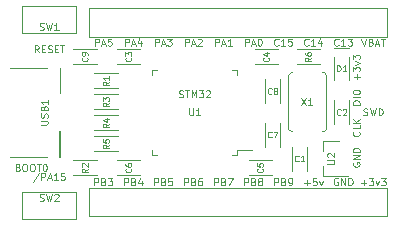
<source format=gbr>
G04 #@! TF.GenerationSoftware,KiCad,Pcbnew,(5.1.5)-3*
G04 #@! TF.CreationDate,2020-06-09T21:02:58-05:00*
G04 #@! TF.ProjectId,pcb,7063622e-6b69-4636-9164-5f7063625858,rev?*
G04 #@! TF.SameCoordinates,Original*
G04 #@! TF.FileFunction,Legend,Top*
G04 #@! TF.FilePolarity,Positive*
%FSLAX46Y46*%
G04 Gerber Fmt 4.6, Leading zero omitted, Abs format (unit mm)*
G04 Created by KiCad (PCBNEW (5.1.5)-3) date 2020-06-09 21:02:58*
%MOMM*%
%LPD*%
G04 APERTURE LIST*
%ADD10C,0.080000*%
%ADD11C,0.100000*%
%ADD12C,0.150000*%
%ADD13C,0.120000*%
G04 APERTURE END LIST*
D10*
X129176571Y-104157428D02*
X128976571Y-103871714D01*
X128833714Y-104157428D02*
X128833714Y-103557428D01*
X129062285Y-103557428D01*
X129119428Y-103586000D01*
X129148000Y-103614571D01*
X129176571Y-103671714D01*
X129176571Y-103757428D01*
X129148000Y-103814571D01*
X129119428Y-103843142D01*
X129062285Y-103871714D01*
X128833714Y-103871714D01*
X129433714Y-103843142D02*
X129633714Y-103843142D01*
X129719428Y-104157428D02*
X129433714Y-104157428D01*
X129433714Y-103557428D01*
X129719428Y-103557428D01*
X129948000Y-104128857D02*
X130033714Y-104157428D01*
X130176571Y-104157428D01*
X130233714Y-104128857D01*
X130262285Y-104100285D01*
X130290857Y-104043142D01*
X130290857Y-103986000D01*
X130262285Y-103928857D01*
X130233714Y-103900285D01*
X130176571Y-103871714D01*
X130062285Y-103843142D01*
X130005142Y-103814571D01*
X129976571Y-103786000D01*
X129948000Y-103728857D01*
X129948000Y-103671714D01*
X129976571Y-103614571D01*
X130005142Y-103586000D01*
X130062285Y-103557428D01*
X130205142Y-103557428D01*
X130290857Y-103586000D01*
X130548000Y-103843142D02*
X130748000Y-103843142D01*
X130833714Y-104157428D02*
X130548000Y-104157428D01*
X130548000Y-103557428D01*
X130833714Y-103557428D01*
X131005142Y-103557428D02*
X131348000Y-103557428D01*
X131176571Y-104157428D02*
X131176571Y-103557428D01*
X129176571Y-114323857D02*
X128662285Y-115095285D01*
X129376571Y-114952428D02*
X129376571Y-114352428D01*
X129605142Y-114352428D01*
X129662285Y-114381000D01*
X129690857Y-114409571D01*
X129719428Y-114466714D01*
X129719428Y-114552428D01*
X129690857Y-114609571D01*
X129662285Y-114638142D01*
X129605142Y-114666714D01*
X129376571Y-114666714D01*
X129948000Y-114781000D02*
X130233714Y-114781000D01*
X129890857Y-114952428D02*
X130090857Y-114352428D01*
X130290857Y-114952428D01*
X130805142Y-114952428D02*
X130462285Y-114952428D01*
X130633714Y-114952428D02*
X130633714Y-114352428D01*
X130576571Y-114438142D01*
X130519428Y-114495285D01*
X130462285Y-114523857D01*
X131348000Y-114352428D02*
X131062285Y-114352428D01*
X131033714Y-114638142D01*
X131062285Y-114609571D01*
X131119428Y-114581000D01*
X131262285Y-114581000D01*
X131319428Y-114609571D01*
X131348000Y-114638142D01*
X131376571Y-114695285D01*
X131376571Y-114838142D01*
X131348000Y-114895285D01*
X131319428Y-114923857D01*
X131262285Y-114952428D01*
X131119428Y-114952428D01*
X131062285Y-114923857D01*
X131033714Y-114895285D01*
X127424000Y-113876142D02*
X127509714Y-113904714D01*
X127538285Y-113933285D01*
X127566857Y-113990428D01*
X127566857Y-114076142D01*
X127538285Y-114133285D01*
X127509714Y-114161857D01*
X127452571Y-114190428D01*
X127224000Y-114190428D01*
X127224000Y-113590428D01*
X127424000Y-113590428D01*
X127481142Y-113619000D01*
X127509714Y-113647571D01*
X127538285Y-113704714D01*
X127538285Y-113761857D01*
X127509714Y-113819000D01*
X127481142Y-113847571D01*
X127424000Y-113876142D01*
X127224000Y-113876142D01*
X127938285Y-113590428D02*
X128052571Y-113590428D01*
X128109714Y-113619000D01*
X128166857Y-113676142D01*
X128195428Y-113790428D01*
X128195428Y-113990428D01*
X128166857Y-114104714D01*
X128109714Y-114161857D01*
X128052571Y-114190428D01*
X127938285Y-114190428D01*
X127881142Y-114161857D01*
X127824000Y-114104714D01*
X127795428Y-113990428D01*
X127795428Y-113790428D01*
X127824000Y-113676142D01*
X127881142Y-113619000D01*
X127938285Y-113590428D01*
X128566857Y-113590428D02*
X128681142Y-113590428D01*
X128738285Y-113619000D01*
X128795428Y-113676142D01*
X128824000Y-113790428D01*
X128824000Y-113990428D01*
X128795428Y-114104714D01*
X128738285Y-114161857D01*
X128681142Y-114190428D01*
X128566857Y-114190428D01*
X128509714Y-114161857D01*
X128452571Y-114104714D01*
X128424000Y-113990428D01*
X128424000Y-113790428D01*
X128452571Y-113676142D01*
X128509714Y-113619000D01*
X128566857Y-113590428D01*
X128995428Y-113590428D02*
X129338285Y-113590428D01*
X129166857Y-114190428D02*
X129166857Y-113590428D01*
X129652571Y-113590428D02*
X129709714Y-113590428D01*
X129766857Y-113619000D01*
X129795428Y-113647571D01*
X129824000Y-113704714D01*
X129852571Y-113819000D01*
X129852571Y-113961857D01*
X129824000Y-114076142D01*
X129795428Y-114133285D01*
X129766857Y-114161857D01*
X129709714Y-114190428D01*
X129652571Y-114190428D01*
X129595428Y-114161857D01*
X129566857Y-114133285D01*
X129538285Y-114076142D01*
X129509714Y-113961857D01*
X129509714Y-113819000D01*
X129538285Y-113704714D01*
X129566857Y-113647571D01*
X129595428Y-113619000D01*
X129652571Y-113590428D01*
X141052714Y-107938857D02*
X141138428Y-107967428D01*
X141281285Y-107967428D01*
X141338428Y-107938857D01*
X141367000Y-107910285D01*
X141395571Y-107853142D01*
X141395571Y-107796000D01*
X141367000Y-107738857D01*
X141338428Y-107710285D01*
X141281285Y-107681714D01*
X141167000Y-107653142D01*
X141109857Y-107624571D01*
X141081285Y-107596000D01*
X141052714Y-107538857D01*
X141052714Y-107481714D01*
X141081285Y-107424571D01*
X141109857Y-107396000D01*
X141167000Y-107367428D01*
X141309857Y-107367428D01*
X141395571Y-107396000D01*
X141567000Y-107367428D02*
X141909857Y-107367428D01*
X141738428Y-107967428D02*
X141738428Y-107367428D01*
X142109857Y-107967428D02*
X142109857Y-107367428D01*
X142309857Y-107796000D01*
X142509857Y-107367428D01*
X142509857Y-107967428D01*
X142738428Y-107367428D02*
X143109857Y-107367428D01*
X142909857Y-107596000D01*
X142995571Y-107596000D01*
X143052714Y-107624571D01*
X143081285Y-107653142D01*
X143109857Y-107710285D01*
X143109857Y-107853142D01*
X143081285Y-107910285D01*
X143052714Y-107938857D01*
X142995571Y-107967428D01*
X142824142Y-107967428D01*
X142767000Y-107938857D01*
X142738428Y-107910285D01*
X143338428Y-107424571D02*
X143367000Y-107396000D01*
X143424142Y-107367428D01*
X143567000Y-107367428D01*
X143624142Y-107396000D01*
X143652714Y-107424571D01*
X143681285Y-107481714D01*
X143681285Y-107538857D01*
X143652714Y-107624571D01*
X143309857Y-107967428D01*
X143681285Y-107967428D01*
X133877142Y-115396928D02*
X133877142Y-114796928D01*
X134105714Y-114796928D01*
X134162857Y-114825500D01*
X134191428Y-114854071D01*
X134220000Y-114911214D01*
X134220000Y-114996928D01*
X134191428Y-115054071D01*
X134162857Y-115082642D01*
X134105714Y-115111214D01*
X133877142Y-115111214D01*
X134677142Y-115082642D02*
X134762857Y-115111214D01*
X134791428Y-115139785D01*
X134820000Y-115196928D01*
X134820000Y-115282642D01*
X134791428Y-115339785D01*
X134762857Y-115368357D01*
X134705714Y-115396928D01*
X134477142Y-115396928D01*
X134477142Y-114796928D01*
X134677142Y-114796928D01*
X134734285Y-114825500D01*
X134762857Y-114854071D01*
X134791428Y-114911214D01*
X134791428Y-114968357D01*
X134762857Y-115025500D01*
X134734285Y-115054071D01*
X134677142Y-115082642D01*
X134477142Y-115082642D01*
X135020000Y-114796928D02*
X135391428Y-114796928D01*
X135191428Y-115025500D01*
X135277142Y-115025500D01*
X135334285Y-115054071D01*
X135362857Y-115082642D01*
X135391428Y-115139785D01*
X135391428Y-115282642D01*
X135362857Y-115339785D01*
X135334285Y-115368357D01*
X135277142Y-115396928D01*
X135105714Y-115396928D01*
X135048571Y-115368357D01*
X135020000Y-115339785D01*
X136417142Y-115396928D02*
X136417142Y-114796928D01*
X136645714Y-114796928D01*
X136702857Y-114825500D01*
X136731428Y-114854071D01*
X136760000Y-114911214D01*
X136760000Y-114996928D01*
X136731428Y-115054071D01*
X136702857Y-115082642D01*
X136645714Y-115111214D01*
X136417142Y-115111214D01*
X137217142Y-115082642D02*
X137302857Y-115111214D01*
X137331428Y-115139785D01*
X137360000Y-115196928D01*
X137360000Y-115282642D01*
X137331428Y-115339785D01*
X137302857Y-115368357D01*
X137245714Y-115396928D01*
X137017142Y-115396928D01*
X137017142Y-114796928D01*
X137217142Y-114796928D01*
X137274285Y-114825500D01*
X137302857Y-114854071D01*
X137331428Y-114911214D01*
X137331428Y-114968357D01*
X137302857Y-115025500D01*
X137274285Y-115054071D01*
X137217142Y-115082642D01*
X137017142Y-115082642D01*
X137874285Y-114996928D02*
X137874285Y-115396928D01*
X137731428Y-114768357D02*
X137588571Y-115196928D01*
X137960000Y-115196928D01*
X138957142Y-115396928D02*
X138957142Y-114796928D01*
X139185714Y-114796928D01*
X139242857Y-114825500D01*
X139271428Y-114854071D01*
X139300000Y-114911214D01*
X139300000Y-114996928D01*
X139271428Y-115054071D01*
X139242857Y-115082642D01*
X139185714Y-115111214D01*
X138957142Y-115111214D01*
X139757142Y-115082642D02*
X139842857Y-115111214D01*
X139871428Y-115139785D01*
X139900000Y-115196928D01*
X139900000Y-115282642D01*
X139871428Y-115339785D01*
X139842857Y-115368357D01*
X139785714Y-115396928D01*
X139557142Y-115396928D01*
X139557142Y-114796928D01*
X139757142Y-114796928D01*
X139814285Y-114825500D01*
X139842857Y-114854071D01*
X139871428Y-114911214D01*
X139871428Y-114968357D01*
X139842857Y-115025500D01*
X139814285Y-115054071D01*
X139757142Y-115082642D01*
X139557142Y-115082642D01*
X140442857Y-114796928D02*
X140157142Y-114796928D01*
X140128571Y-115082642D01*
X140157142Y-115054071D01*
X140214285Y-115025500D01*
X140357142Y-115025500D01*
X140414285Y-115054071D01*
X140442857Y-115082642D01*
X140471428Y-115139785D01*
X140471428Y-115282642D01*
X140442857Y-115339785D01*
X140414285Y-115368357D01*
X140357142Y-115396928D01*
X140214285Y-115396928D01*
X140157142Y-115368357D01*
X140128571Y-115339785D01*
X141497142Y-115396928D02*
X141497142Y-114796928D01*
X141725714Y-114796928D01*
X141782857Y-114825500D01*
X141811428Y-114854071D01*
X141840000Y-114911214D01*
X141840000Y-114996928D01*
X141811428Y-115054071D01*
X141782857Y-115082642D01*
X141725714Y-115111214D01*
X141497142Y-115111214D01*
X142297142Y-115082642D02*
X142382857Y-115111214D01*
X142411428Y-115139785D01*
X142440000Y-115196928D01*
X142440000Y-115282642D01*
X142411428Y-115339785D01*
X142382857Y-115368357D01*
X142325714Y-115396928D01*
X142097142Y-115396928D01*
X142097142Y-114796928D01*
X142297142Y-114796928D01*
X142354285Y-114825500D01*
X142382857Y-114854071D01*
X142411428Y-114911214D01*
X142411428Y-114968357D01*
X142382857Y-115025500D01*
X142354285Y-115054071D01*
X142297142Y-115082642D01*
X142097142Y-115082642D01*
X142954285Y-114796928D02*
X142840000Y-114796928D01*
X142782857Y-114825500D01*
X142754285Y-114854071D01*
X142697142Y-114939785D01*
X142668571Y-115054071D01*
X142668571Y-115282642D01*
X142697142Y-115339785D01*
X142725714Y-115368357D01*
X142782857Y-115396928D01*
X142897142Y-115396928D01*
X142954285Y-115368357D01*
X142982857Y-115339785D01*
X143011428Y-115282642D01*
X143011428Y-115139785D01*
X142982857Y-115082642D01*
X142954285Y-115054071D01*
X142897142Y-115025500D01*
X142782857Y-115025500D01*
X142725714Y-115054071D01*
X142697142Y-115082642D01*
X142668571Y-115139785D01*
X144037142Y-115396928D02*
X144037142Y-114796928D01*
X144265714Y-114796928D01*
X144322857Y-114825500D01*
X144351428Y-114854071D01*
X144380000Y-114911214D01*
X144380000Y-114996928D01*
X144351428Y-115054071D01*
X144322857Y-115082642D01*
X144265714Y-115111214D01*
X144037142Y-115111214D01*
X144837142Y-115082642D02*
X144922857Y-115111214D01*
X144951428Y-115139785D01*
X144980000Y-115196928D01*
X144980000Y-115282642D01*
X144951428Y-115339785D01*
X144922857Y-115368357D01*
X144865714Y-115396928D01*
X144637142Y-115396928D01*
X144637142Y-114796928D01*
X144837142Y-114796928D01*
X144894285Y-114825500D01*
X144922857Y-114854071D01*
X144951428Y-114911214D01*
X144951428Y-114968357D01*
X144922857Y-115025500D01*
X144894285Y-115054071D01*
X144837142Y-115082642D01*
X144637142Y-115082642D01*
X145180000Y-114796928D02*
X145580000Y-114796928D01*
X145322857Y-115396928D01*
X146577142Y-115396928D02*
X146577142Y-114796928D01*
X146805714Y-114796928D01*
X146862857Y-114825500D01*
X146891428Y-114854071D01*
X146920000Y-114911214D01*
X146920000Y-114996928D01*
X146891428Y-115054071D01*
X146862857Y-115082642D01*
X146805714Y-115111214D01*
X146577142Y-115111214D01*
X147377142Y-115082642D02*
X147462857Y-115111214D01*
X147491428Y-115139785D01*
X147520000Y-115196928D01*
X147520000Y-115282642D01*
X147491428Y-115339785D01*
X147462857Y-115368357D01*
X147405714Y-115396928D01*
X147177142Y-115396928D01*
X147177142Y-114796928D01*
X147377142Y-114796928D01*
X147434285Y-114825500D01*
X147462857Y-114854071D01*
X147491428Y-114911214D01*
X147491428Y-114968357D01*
X147462857Y-115025500D01*
X147434285Y-115054071D01*
X147377142Y-115082642D01*
X147177142Y-115082642D01*
X147862857Y-115054071D02*
X147805714Y-115025500D01*
X147777142Y-114996928D01*
X147748571Y-114939785D01*
X147748571Y-114911214D01*
X147777142Y-114854071D01*
X147805714Y-114825500D01*
X147862857Y-114796928D01*
X147977142Y-114796928D01*
X148034285Y-114825500D01*
X148062857Y-114854071D01*
X148091428Y-114911214D01*
X148091428Y-114939785D01*
X148062857Y-114996928D01*
X148034285Y-115025500D01*
X147977142Y-115054071D01*
X147862857Y-115054071D01*
X147805714Y-115082642D01*
X147777142Y-115111214D01*
X147748571Y-115168357D01*
X147748571Y-115282642D01*
X147777142Y-115339785D01*
X147805714Y-115368357D01*
X147862857Y-115396928D01*
X147977142Y-115396928D01*
X148034285Y-115368357D01*
X148062857Y-115339785D01*
X148091428Y-115282642D01*
X148091428Y-115168357D01*
X148062857Y-115111214D01*
X148034285Y-115082642D01*
X147977142Y-115054071D01*
X149117142Y-115396928D02*
X149117142Y-114796928D01*
X149345714Y-114796928D01*
X149402857Y-114825500D01*
X149431428Y-114854071D01*
X149460000Y-114911214D01*
X149460000Y-114996928D01*
X149431428Y-115054071D01*
X149402857Y-115082642D01*
X149345714Y-115111214D01*
X149117142Y-115111214D01*
X149917142Y-115082642D02*
X150002857Y-115111214D01*
X150031428Y-115139785D01*
X150060000Y-115196928D01*
X150060000Y-115282642D01*
X150031428Y-115339785D01*
X150002857Y-115368357D01*
X149945714Y-115396928D01*
X149717142Y-115396928D01*
X149717142Y-114796928D01*
X149917142Y-114796928D01*
X149974285Y-114825500D01*
X150002857Y-114854071D01*
X150031428Y-114911214D01*
X150031428Y-114968357D01*
X150002857Y-115025500D01*
X149974285Y-115054071D01*
X149917142Y-115082642D01*
X149717142Y-115082642D01*
X150345714Y-115396928D02*
X150460000Y-115396928D01*
X150517142Y-115368357D01*
X150545714Y-115339785D01*
X150602857Y-115254071D01*
X150631428Y-115139785D01*
X150631428Y-114911214D01*
X150602857Y-114854071D01*
X150574285Y-114825500D01*
X150517142Y-114796928D01*
X150402857Y-114796928D01*
X150345714Y-114825500D01*
X150317142Y-114854071D01*
X150288571Y-114911214D01*
X150288571Y-115054071D01*
X150317142Y-115111214D01*
X150345714Y-115139785D01*
X150402857Y-115168357D01*
X150517142Y-115168357D01*
X150574285Y-115139785D01*
X150602857Y-115111214D01*
X150631428Y-115054071D01*
X151657142Y-115168357D02*
X152114285Y-115168357D01*
X151885714Y-115396928D02*
X151885714Y-114939785D01*
X152685714Y-114796928D02*
X152400000Y-114796928D01*
X152371428Y-115082642D01*
X152400000Y-115054071D01*
X152457142Y-115025500D01*
X152600000Y-115025500D01*
X152657142Y-115054071D01*
X152685714Y-115082642D01*
X152714285Y-115139785D01*
X152714285Y-115282642D01*
X152685714Y-115339785D01*
X152657142Y-115368357D01*
X152600000Y-115396928D01*
X152457142Y-115396928D01*
X152400000Y-115368357D01*
X152371428Y-115339785D01*
X152914285Y-114996928D02*
X153057142Y-115396928D01*
X153200000Y-114996928D01*
X154482857Y-114825500D02*
X154425714Y-114796928D01*
X154340000Y-114796928D01*
X154254285Y-114825500D01*
X154197142Y-114882642D01*
X154168571Y-114939785D01*
X154140000Y-115054071D01*
X154140000Y-115139785D01*
X154168571Y-115254071D01*
X154197142Y-115311214D01*
X154254285Y-115368357D01*
X154340000Y-115396928D01*
X154397142Y-115396928D01*
X154482857Y-115368357D01*
X154511428Y-115339785D01*
X154511428Y-115139785D01*
X154397142Y-115139785D01*
X154768571Y-115396928D02*
X154768571Y-114796928D01*
X155111428Y-115396928D01*
X155111428Y-114796928D01*
X155397142Y-115396928D02*
X155397142Y-114796928D01*
X155540000Y-114796928D01*
X155625714Y-114825500D01*
X155682857Y-114882642D01*
X155711428Y-114939785D01*
X155740000Y-115054071D01*
X155740000Y-115139785D01*
X155711428Y-115254071D01*
X155682857Y-115311214D01*
X155625714Y-115368357D01*
X155540000Y-115396928D01*
X155397142Y-115396928D01*
X156451428Y-115168357D02*
X156908571Y-115168357D01*
X156680000Y-115396928D02*
X156680000Y-114939785D01*
X157137142Y-114796928D02*
X157508571Y-114796928D01*
X157308571Y-115025500D01*
X157394285Y-115025500D01*
X157451428Y-115054071D01*
X157480000Y-115082642D01*
X157508571Y-115139785D01*
X157508571Y-115282642D01*
X157480000Y-115339785D01*
X157451428Y-115368357D01*
X157394285Y-115396928D01*
X157222857Y-115396928D01*
X157165714Y-115368357D01*
X157137142Y-115339785D01*
X157708571Y-114996928D02*
X157851428Y-115396928D01*
X157994285Y-114996928D01*
X158165714Y-114796928D02*
X158537142Y-114796928D01*
X158337142Y-115025500D01*
X158422857Y-115025500D01*
X158480000Y-115054071D01*
X158508571Y-115082642D01*
X158537142Y-115139785D01*
X158537142Y-115282642D01*
X158508571Y-115339785D01*
X158480000Y-115368357D01*
X158422857Y-115396928D01*
X158251428Y-115396928D01*
X158194285Y-115368357D01*
X158165714Y-115339785D01*
X133920000Y-103585928D02*
X133920000Y-102985928D01*
X134148571Y-102985928D01*
X134205714Y-103014500D01*
X134234285Y-103043071D01*
X134262857Y-103100214D01*
X134262857Y-103185928D01*
X134234285Y-103243071D01*
X134205714Y-103271642D01*
X134148571Y-103300214D01*
X133920000Y-103300214D01*
X134491428Y-103414500D02*
X134777142Y-103414500D01*
X134434285Y-103585928D02*
X134634285Y-102985928D01*
X134834285Y-103585928D01*
X135320000Y-102985928D02*
X135034285Y-102985928D01*
X135005714Y-103271642D01*
X135034285Y-103243071D01*
X135091428Y-103214500D01*
X135234285Y-103214500D01*
X135291428Y-103243071D01*
X135320000Y-103271642D01*
X135348571Y-103328785D01*
X135348571Y-103471642D01*
X135320000Y-103528785D01*
X135291428Y-103557357D01*
X135234285Y-103585928D01*
X135091428Y-103585928D01*
X135034285Y-103557357D01*
X135005714Y-103528785D01*
X136460000Y-103585928D02*
X136460000Y-102985928D01*
X136688571Y-102985928D01*
X136745714Y-103014500D01*
X136774285Y-103043071D01*
X136802857Y-103100214D01*
X136802857Y-103185928D01*
X136774285Y-103243071D01*
X136745714Y-103271642D01*
X136688571Y-103300214D01*
X136460000Y-103300214D01*
X137031428Y-103414500D02*
X137317142Y-103414500D01*
X136974285Y-103585928D02*
X137174285Y-102985928D01*
X137374285Y-103585928D01*
X137831428Y-103185928D02*
X137831428Y-103585928D01*
X137688571Y-102957357D02*
X137545714Y-103385928D01*
X137917142Y-103385928D01*
X139000000Y-103585928D02*
X139000000Y-102985928D01*
X139228571Y-102985928D01*
X139285714Y-103014500D01*
X139314285Y-103043071D01*
X139342857Y-103100214D01*
X139342857Y-103185928D01*
X139314285Y-103243071D01*
X139285714Y-103271642D01*
X139228571Y-103300214D01*
X139000000Y-103300214D01*
X139571428Y-103414500D02*
X139857142Y-103414500D01*
X139514285Y-103585928D02*
X139714285Y-102985928D01*
X139914285Y-103585928D01*
X140057142Y-102985928D02*
X140428571Y-102985928D01*
X140228571Y-103214500D01*
X140314285Y-103214500D01*
X140371428Y-103243071D01*
X140400000Y-103271642D01*
X140428571Y-103328785D01*
X140428571Y-103471642D01*
X140400000Y-103528785D01*
X140371428Y-103557357D01*
X140314285Y-103585928D01*
X140142857Y-103585928D01*
X140085714Y-103557357D01*
X140057142Y-103528785D01*
X141540000Y-103585928D02*
X141540000Y-102985928D01*
X141768571Y-102985928D01*
X141825714Y-103014500D01*
X141854285Y-103043071D01*
X141882857Y-103100214D01*
X141882857Y-103185928D01*
X141854285Y-103243071D01*
X141825714Y-103271642D01*
X141768571Y-103300214D01*
X141540000Y-103300214D01*
X142111428Y-103414500D02*
X142397142Y-103414500D01*
X142054285Y-103585928D02*
X142254285Y-102985928D01*
X142454285Y-103585928D01*
X142625714Y-103043071D02*
X142654285Y-103014500D01*
X142711428Y-102985928D01*
X142854285Y-102985928D01*
X142911428Y-103014500D01*
X142940000Y-103043071D01*
X142968571Y-103100214D01*
X142968571Y-103157357D01*
X142940000Y-103243071D01*
X142597142Y-103585928D01*
X142968571Y-103585928D01*
X144080000Y-103585928D02*
X144080000Y-102985928D01*
X144308571Y-102985928D01*
X144365714Y-103014500D01*
X144394285Y-103043071D01*
X144422857Y-103100214D01*
X144422857Y-103185928D01*
X144394285Y-103243071D01*
X144365714Y-103271642D01*
X144308571Y-103300214D01*
X144080000Y-103300214D01*
X144651428Y-103414500D02*
X144937142Y-103414500D01*
X144594285Y-103585928D02*
X144794285Y-102985928D01*
X144994285Y-103585928D01*
X145508571Y-103585928D02*
X145165714Y-103585928D01*
X145337142Y-103585928D02*
X145337142Y-102985928D01*
X145280000Y-103071642D01*
X145222857Y-103128785D01*
X145165714Y-103157357D01*
X146620000Y-103585928D02*
X146620000Y-102985928D01*
X146848571Y-102985928D01*
X146905714Y-103014500D01*
X146934285Y-103043071D01*
X146962857Y-103100214D01*
X146962857Y-103185928D01*
X146934285Y-103243071D01*
X146905714Y-103271642D01*
X146848571Y-103300214D01*
X146620000Y-103300214D01*
X147191428Y-103414500D02*
X147477142Y-103414500D01*
X147134285Y-103585928D02*
X147334285Y-102985928D01*
X147534285Y-103585928D01*
X147848571Y-102985928D02*
X147905714Y-102985928D01*
X147962857Y-103014500D01*
X147991428Y-103043071D01*
X148020000Y-103100214D01*
X148048571Y-103214500D01*
X148048571Y-103357357D01*
X148020000Y-103471642D01*
X147991428Y-103528785D01*
X147962857Y-103557357D01*
X147905714Y-103585928D01*
X147848571Y-103585928D01*
X147791428Y-103557357D01*
X147762857Y-103528785D01*
X147734285Y-103471642D01*
X147705714Y-103357357D01*
X147705714Y-103214500D01*
X147734285Y-103100214D01*
X147762857Y-103043071D01*
X147791428Y-103014500D01*
X147848571Y-102985928D01*
X149474285Y-103528785D02*
X149445714Y-103557357D01*
X149360000Y-103585928D01*
X149302857Y-103585928D01*
X149217142Y-103557357D01*
X149160000Y-103500214D01*
X149131428Y-103443071D01*
X149102857Y-103328785D01*
X149102857Y-103243071D01*
X149131428Y-103128785D01*
X149160000Y-103071642D01*
X149217142Y-103014500D01*
X149302857Y-102985928D01*
X149360000Y-102985928D01*
X149445714Y-103014500D01*
X149474285Y-103043071D01*
X150045714Y-103585928D02*
X149702857Y-103585928D01*
X149874285Y-103585928D02*
X149874285Y-102985928D01*
X149817142Y-103071642D01*
X149760000Y-103128785D01*
X149702857Y-103157357D01*
X150588571Y-102985928D02*
X150302857Y-102985928D01*
X150274285Y-103271642D01*
X150302857Y-103243071D01*
X150360000Y-103214500D01*
X150502857Y-103214500D01*
X150560000Y-103243071D01*
X150588571Y-103271642D01*
X150617142Y-103328785D01*
X150617142Y-103471642D01*
X150588571Y-103528785D01*
X150560000Y-103557357D01*
X150502857Y-103585928D01*
X150360000Y-103585928D01*
X150302857Y-103557357D01*
X150274285Y-103528785D01*
X152014285Y-103528785D02*
X151985714Y-103557357D01*
X151900000Y-103585928D01*
X151842857Y-103585928D01*
X151757142Y-103557357D01*
X151700000Y-103500214D01*
X151671428Y-103443071D01*
X151642857Y-103328785D01*
X151642857Y-103243071D01*
X151671428Y-103128785D01*
X151700000Y-103071642D01*
X151757142Y-103014500D01*
X151842857Y-102985928D01*
X151900000Y-102985928D01*
X151985714Y-103014500D01*
X152014285Y-103043071D01*
X152585714Y-103585928D02*
X152242857Y-103585928D01*
X152414285Y-103585928D02*
X152414285Y-102985928D01*
X152357142Y-103071642D01*
X152300000Y-103128785D01*
X152242857Y-103157357D01*
X153100000Y-103185928D02*
X153100000Y-103585928D01*
X152957142Y-102957357D02*
X152814285Y-103385928D01*
X153185714Y-103385928D01*
X154554285Y-103528785D02*
X154525714Y-103557357D01*
X154440000Y-103585928D01*
X154382857Y-103585928D01*
X154297142Y-103557357D01*
X154240000Y-103500214D01*
X154211428Y-103443071D01*
X154182857Y-103328785D01*
X154182857Y-103243071D01*
X154211428Y-103128785D01*
X154240000Y-103071642D01*
X154297142Y-103014500D01*
X154382857Y-102985928D01*
X154440000Y-102985928D01*
X154525714Y-103014500D01*
X154554285Y-103043071D01*
X155125714Y-103585928D02*
X154782857Y-103585928D01*
X154954285Y-103585928D02*
X154954285Y-102985928D01*
X154897142Y-103071642D01*
X154840000Y-103128785D01*
X154782857Y-103157357D01*
X155325714Y-102985928D02*
X155697142Y-102985928D01*
X155497142Y-103214500D01*
X155582857Y-103214500D01*
X155640000Y-103243071D01*
X155668571Y-103271642D01*
X155697142Y-103328785D01*
X155697142Y-103471642D01*
X155668571Y-103528785D01*
X155640000Y-103557357D01*
X155582857Y-103585928D01*
X155411428Y-103585928D01*
X155354285Y-103557357D01*
X155325714Y-103528785D01*
X156494285Y-102985928D02*
X156694285Y-103585928D01*
X156894285Y-102985928D01*
X157294285Y-103271642D02*
X157380000Y-103300214D01*
X157408571Y-103328785D01*
X157437142Y-103385928D01*
X157437142Y-103471642D01*
X157408571Y-103528785D01*
X157380000Y-103557357D01*
X157322857Y-103585928D01*
X157094285Y-103585928D01*
X157094285Y-102985928D01*
X157294285Y-102985928D01*
X157351428Y-103014500D01*
X157380000Y-103043071D01*
X157408571Y-103100214D01*
X157408571Y-103157357D01*
X157380000Y-103214500D01*
X157351428Y-103243071D01*
X157294285Y-103271642D01*
X157094285Y-103271642D01*
X157665714Y-103414500D02*
X157951428Y-103414500D01*
X157608571Y-103585928D02*
X157808571Y-102985928D01*
X158008571Y-103585928D01*
X158122857Y-102985928D02*
X158465714Y-102985928D01*
X158294285Y-103585928D02*
X158294285Y-102985928D01*
X155783000Y-113487142D02*
X155754428Y-113544285D01*
X155754428Y-113630000D01*
X155783000Y-113715714D01*
X155840142Y-113772857D01*
X155897285Y-113801428D01*
X156011571Y-113830000D01*
X156097285Y-113830000D01*
X156211571Y-113801428D01*
X156268714Y-113772857D01*
X156325857Y-113715714D01*
X156354428Y-113630000D01*
X156354428Y-113572857D01*
X156325857Y-113487142D01*
X156297285Y-113458571D01*
X156097285Y-113458571D01*
X156097285Y-113572857D01*
X156354428Y-113201428D02*
X155754428Y-113201428D01*
X156354428Y-112858571D01*
X155754428Y-112858571D01*
X156354428Y-112572857D02*
X155754428Y-112572857D01*
X155754428Y-112430000D01*
X155783000Y-112344285D01*
X155840142Y-112287142D01*
X155897285Y-112258571D01*
X156011571Y-112230000D01*
X156097285Y-112230000D01*
X156211571Y-112258571D01*
X156268714Y-112287142D01*
X156325857Y-112344285D01*
X156354428Y-112430000D01*
X156354428Y-112572857D01*
X156297285Y-110847142D02*
X156325857Y-110875714D01*
X156354428Y-110961428D01*
X156354428Y-111018571D01*
X156325857Y-111104285D01*
X156268714Y-111161428D01*
X156211571Y-111190000D01*
X156097285Y-111218571D01*
X156011571Y-111218571D01*
X155897285Y-111190000D01*
X155840142Y-111161428D01*
X155783000Y-111104285D01*
X155754428Y-111018571D01*
X155754428Y-110961428D01*
X155783000Y-110875714D01*
X155811571Y-110847142D01*
X156354428Y-110304285D02*
X156354428Y-110590000D01*
X155754428Y-110590000D01*
X156354428Y-110104285D02*
X155754428Y-110104285D01*
X156354428Y-109761428D02*
X156011571Y-110018571D01*
X155754428Y-109761428D02*
X156097285Y-110104285D01*
X156354428Y-108564285D02*
X155754428Y-108564285D01*
X155754428Y-108421428D01*
X155783000Y-108335714D01*
X155840142Y-108278571D01*
X155897285Y-108250000D01*
X156011571Y-108221428D01*
X156097285Y-108221428D01*
X156211571Y-108250000D01*
X156268714Y-108278571D01*
X156325857Y-108335714D01*
X156354428Y-108421428D01*
X156354428Y-108564285D01*
X156354428Y-107964285D02*
X155754428Y-107964285D01*
X155754428Y-107564285D02*
X155754428Y-107450000D01*
X155783000Y-107392857D01*
X155840142Y-107335714D01*
X155954428Y-107307142D01*
X156154428Y-107307142D01*
X156268714Y-107335714D01*
X156325857Y-107392857D01*
X156354428Y-107450000D01*
X156354428Y-107564285D01*
X156325857Y-107621428D01*
X156268714Y-107678571D01*
X156154428Y-107707142D01*
X155954428Y-107707142D01*
X155840142Y-107678571D01*
X155783000Y-107621428D01*
X155754428Y-107564285D01*
X156125857Y-106438571D02*
X156125857Y-105981428D01*
X156354428Y-106210000D02*
X155897285Y-106210000D01*
X155754428Y-105752857D02*
X155754428Y-105381428D01*
X155983000Y-105581428D01*
X155983000Y-105495714D01*
X156011571Y-105438571D01*
X156040142Y-105410000D01*
X156097285Y-105381428D01*
X156240142Y-105381428D01*
X156297285Y-105410000D01*
X156325857Y-105438571D01*
X156354428Y-105495714D01*
X156354428Y-105667142D01*
X156325857Y-105724285D01*
X156297285Y-105752857D01*
X155954428Y-105181428D02*
X156354428Y-105038571D01*
X155954428Y-104895714D01*
X155754428Y-104724285D02*
X155754428Y-104352857D01*
X155983000Y-104552857D01*
X155983000Y-104467142D01*
X156011571Y-104410000D01*
X156040142Y-104381428D01*
X156097285Y-104352857D01*
X156240142Y-104352857D01*
X156297285Y-104381428D01*
X156325857Y-104410000D01*
X156354428Y-104467142D01*
X156354428Y-104638571D01*
X156325857Y-104695714D01*
X156297285Y-104724285D01*
D11*
X126746000Y-105470000D02*
X129846000Y-105470000D01*
X130996000Y-105470000D02*
X130996000Y-107620000D01*
D12*
X130996000Y-110820000D02*
X130996000Y-112970000D01*
D11*
X126746000Y-112970000D02*
X129846000Y-112970000D01*
D13*
X153263600Y-111683800D02*
X153263600Y-112507000D01*
X153263600Y-114630200D02*
X153263600Y-113807000D01*
X153263600Y-114630200D02*
X155324000Y-114630200D01*
X153263600Y-111683800D02*
X154624000Y-111683800D01*
X158699200Y-118033800D02*
X133426200Y-118033800D01*
X133426200Y-115637000D02*
X133426200Y-118033800D01*
X158699200Y-115620800D02*
X133426200Y-115637000D01*
X158699200Y-115620800D02*
X158699200Y-118033800D01*
X158699200Y-100380800D02*
X158699200Y-102819200D01*
X158699200Y-100380800D02*
X133400800Y-100380800D01*
X133400800Y-100380800D02*
X133400800Y-102819200D01*
X158699200Y-102819200D02*
X133400800Y-102819200D01*
X153492200Y-110642400D02*
X153492200Y-106045000D01*
X150291800Y-110642400D02*
X150291800Y-106045000D01*
X150622000Y-110845600D02*
X150495000Y-110845600D01*
X150495000Y-110845600D02*
X150291800Y-110642400D01*
X150622000Y-105841800D02*
X150495000Y-105841800D01*
X150495000Y-105841800D02*
X150291800Y-106045000D01*
X153162000Y-110845600D02*
X153289000Y-110845600D01*
X153289000Y-110845600D02*
X153492200Y-110642400D01*
X153162000Y-105841800D02*
X153289000Y-105841800D01*
X153289000Y-105841800D02*
X153492200Y-106045000D01*
X132323000Y-100192000D02*
X132323000Y-102492000D01*
X132323000Y-102492000D02*
X127773000Y-102492000D01*
X127773000Y-102492000D02*
X127773000Y-100192000D01*
X127773000Y-100192000D02*
X132323000Y-100192000D01*
D11*
X151882000Y-112157000D02*
X151882000Y-114157000D01*
X150632000Y-112157000D02*
X150632000Y-114157000D01*
X155438000Y-110220000D02*
X155438000Y-108220000D01*
X154188000Y-110220000D02*
X154188000Y-108220000D01*
X137779000Y-103896000D02*
X135779000Y-103896000D01*
X137779000Y-105146000D02*
X135779000Y-105146000D01*
X149447000Y-103896000D02*
X147447000Y-103896000D01*
X149447000Y-105146000D02*
X147447000Y-105146000D01*
X146939000Y-113294000D02*
X148939000Y-113294000D01*
X146939000Y-114544000D02*
X148939000Y-114544000D01*
X137779000Y-113294000D02*
X135779000Y-113294000D01*
X137779000Y-114544000D02*
X135779000Y-114544000D01*
X149596000Y-110125000D02*
X149596000Y-112125000D01*
X148346000Y-110125000D02*
X148346000Y-112125000D01*
X149596000Y-108442000D02*
X149596000Y-106442000D01*
X148346000Y-108442000D02*
X148346000Y-106442000D01*
X134096000Y-105146000D02*
X132096000Y-105146000D01*
X134096000Y-103896000D02*
X132096000Y-103896000D01*
X133890000Y-105928000D02*
X135890000Y-105928000D01*
X133890000Y-107178000D02*
X135890000Y-107178000D01*
X134080000Y-113294000D02*
X132080000Y-113294000D01*
X134080000Y-114544000D02*
X132080000Y-114544000D01*
X133890000Y-107706000D02*
X135890000Y-107706000D01*
X133890000Y-108956000D02*
X135890000Y-108956000D01*
X135890000Y-109484000D02*
X133890000Y-109484000D01*
X135890000Y-110734000D02*
X133890000Y-110734000D01*
X133890000Y-112512000D02*
X135890000Y-112512000D01*
X133890000Y-111262000D02*
X135890000Y-111262000D01*
D13*
X139207000Y-105610000D02*
X138757000Y-105610000D01*
X138757000Y-105610000D02*
X138757000Y-106060000D01*
X145527000Y-105610000D02*
X145977000Y-105610000D01*
X145977000Y-105610000D02*
X145977000Y-106060000D01*
X139207000Y-112830000D02*
X138757000Y-112830000D01*
X138757000Y-112830000D02*
X138757000Y-112380000D01*
X145527000Y-112830000D02*
X145977000Y-112830000D01*
X145977000Y-112830000D02*
X145977000Y-112380000D01*
X145977000Y-112380000D02*
X147267000Y-112380000D01*
X132323000Y-118248000D02*
X127773000Y-118248000D01*
X132323000Y-115948000D02*
X132323000Y-118248000D01*
X127773000Y-115948000D02*
X132323000Y-115948000D01*
X127773000Y-118248000D02*
X127773000Y-115948000D01*
D11*
X155448000Y-103806500D02*
X154178000Y-103806500D01*
X154188000Y-104521000D02*
X154188000Y-106521000D01*
X155438000Y-104521000D02*
X155438000Y-106521000D01*
X153003000Y-103896000D02*
X151003000Y-103896000D01*
X153003000Y-105146000D02*
X151003000Y-105146000D01*
D10*
X129338428Y-110262857D02*
X129824142Y-110262857D01*
X129881285Y-110234285D01*
X129909857Y-110205714D01*
X129938428Y-110148571D01*
X129938428Y-110034285D01*
X129909857Y-109977142D01*
X129881285Y-109948571D01*
X129824142Y-109920000D01*
X129338428Y-109920000D01*
X129909857Y-109662857D02*
X129938428Y-109577142D01*
X129938428Y-109434285D01*
X129909857Y-109377142D01*
X129881285Y-109348571D01*
X129824142Y-109320000D01*
X129767000Y-109320000D01*
X129709857Y-109348571D01*
X129681285Y-109377142D01*
X129652714Y-109434285D01*
X129624142Y-109548571D01*
X129595571Y-109605714D01*
X129567000Y-109634285D01*
X129509857Y-109662857D01*
X129452714Y-109662857D01*
X129395571Y-109634285D01*
X129367000Y-109605714D01*
X129338428Y-109548571D01*
X129338428Y-109405714D01*
X129367000Y-109320000D01*
X129624142Y-108862857D02*
X129652714Y-108777142D01*
X129681285Y-108748571D01*
X129738428Y-108720000D01*
X129824142Y-108720000D01*
X129881285Y-108748571D01*
X129909857Y-108777142D01*
X129938428Y-108834285D01*
X129938428Y-109062857D01*
X129338428Y-109062857D01*
X129338428Y-108862857D01*
X129367000Y-108805714D01*
X129395571Y-108777142D01*
X129452714Y-108748571D01*
X129509857Y-108748571D01*
X129567000Y-108777142D01*
X129595571Y-108805714D01*
X129624142Y-108862857D01*
X129624142Y-109062857D01*
X129938428Y-108148571D02*
X129938428Y-108491428D01*
X129938428Y-108320000D02*
X129338428Y-108320000D01*
X129424142Y-108377142D01*
X129481285Y-108434285D01*
X129509857Y-108491428D01*
X153595428Y-113614142D02*
X154081142Y-113614142D01*
X154138285Y-113585571D01*
X154166857Y-113557000D01*
X154195428Y-113499857D01*
X154195428Y-113385571D01*
X154166857Y-113328428D01*
X154138285Y-113299857D01*
X154081142Y-113271285D01*
X153595428Y-113271285D01*
X153652571Y-113014142D02*
X153624000Y-112985571D01*
X153595428Y-112928428D01*
X153595428Y-112785571D01*
X153624000Y-112728428D01*
X153652571Y-112699857D01*
X153709714Y-112671285D01*
X153766857Y-112671285D01*
X153852571Y-112699857D01*
X154195428Y-113042714D01*
X154195428Y-112671285D01*
X151406285Y-108002428D02*
X151806285Y-108602428D01*
X151806285Y-108002428D02*
X151406285Y-108602428D01*
X152349142Y-108602428D02*
X152006285Y-108602428D01*
X152177714Y-108602428D02*
X152177714Y-108002428D01*
X152120571Y-108088142D01*
X152063428Y-108145285D01*
X152006285Y-108173857D01*
X129248000Y-102223857D02*
X129333714Y-102252428D01*
X129476571Y-102252428D01*
X129533714Y-102223857D01*
X129562285Y-102195285D01*
X129590857Y-102138142D01*
X129590857Y-102081000D01*
X129562285Y-102023857D01*
X129533714Y-101995285D01*
X129476571Y-101966714D01*
X129362285Y-101938142D01*
X129305142Y-101909571D01*
X129276571Y-101881000D01*
X129248000Y-101823857D01*
X129248000Y-101766714D01*
X129276571Y-101709571D01*
X129305142Y-101681000D01*
X129362285Y-101652428D01*
X129505142Y-101652428D01*
X129590857Y-101681000D01*
X129790857Y-101652428D02*
X129933714Y-102252428D01*
X130048000Y-101823857D01*
X130162285Y-102252428D01*
X130305142Y-101652428D01*
X130848000Y-102252428D02*
X130505142Y-102252428D01*
X130676571Y-102252428D02*
X130676571Y-101652428D01*
X130619428Y-101738142D01*
X130562285Y-101795285D01*
X130505142Y-101823857D01*
X156665714Y-109462857D02*
X156751428Y-109491428D01*
X156894285Y-109491428D01*
X156951428Y-109462857D01*
X156980000Y-109434285D01*
X157008571Y-109377142D01*
X157008571Y-109320000D01*
X156980000Y-109262857D01*
X156951428Y-109234285D01*
X156894285Y-109205714D01*
X156780000Y-109177142D01*
X156722857Y-109148571D01*
X156694285Y-109120000D01*
X156665714Y-109062857D01*
X156665714Y-109005714D01*
X156694285Y-108948571D01*
X156722857Y-108920000D01*
X156780000Y-108891428D01*
X156922857Y-108891428D01*
X157008571Y-108920000D01*
X157208571Y-108891428D02*
X157351428Y-109491428D01*
X157465714Y-109062857D01*
X157580000Y-109491428D01*
X157722857Y-108891428D01*
X157951428Y-109491428D02*
X157951428Y-108891428D01*
X158094285Y-108891428D01*
X158180000Y-108920000D01*
X158237142Y-108977142D01*
X158265714Y-109034285D01*
X158294285Y-109148571D01*
X158294285Y-109234285D01*
X158265714Y-109348571D01*
X158237142Y-109405714D01*
X158180000Y-109462857D01*
X158094285Y-109491428D01*
X157951428Y-109491428D01*
D11*
X151173666Y-113335571D02*
X151149857Y-113359380D01*
X151078428Y-113383190D01*
X151030809Y-113383190D01*
X150959380Y-113359380D01*
X150911761Y-113311761D01*
X150887952Y-113264142D01*
X150864142Y-113168904D01*
X150864142Y-113097476D01*
X150887952Y-113002238D01*
X150911761Y-112954619D01*
X150959380Y-112907000D01*
X151030809Y-112883190D01*
X151078428Y-112883190D01*
X151149857Y-112907000D01*
X151173666Y-112930809D01*
X151649857Y-113383190D02*
X151364142Y-113383190D01*
X151507000Y-113383190D02*
X151507000Y-112883190D01*
X151459380Y-112954619D01*
X151411761Y-113002238D01*
X151364142Y-113026047D01*
X154729666Y-109398571D02*
X154705857Y-109422380D01*
X154634428Y-109446190D01*
X154586809Y-109446190D01*
X154515380Y-109422380D01*
X154467761Y-109374761D01*
X154443952Y-109327142D01*
X154420142Y-109231904D01*
X154420142Y-109160476D01*
X154443952Y-109065238D01*
X154467761Y-109017619D01*
X154515380Y-108970000D01*
X154586809Y-108946190D01*
X154634428Y-108946190D01*
X154705857Y-108970000D01*
X154729666Y-108993809D01*
X154920142Y-108993809D02*
X154943952Y-108970000D01*
X154991571Y-108946190D01*
X155110619Y-108946190D01*
X155158238Y-108970000D01*
X155182047Y-108993809D01*
X155205857Y-109041428D01*
X155205857Y-109089047D01*
X155182047Y-109160476D01*
X154896333Y-109446190D01*
X155205857Y-109446190D01*
X136957571Y-104604333D02*
X136981380Y-104628142D01*
X137005190Y-104699571D01*
X137005190Y-104747190D01*
X136981380Y-104818619D01*
X136933761Y-104866238D01*
X136886142Y-104890047D01*
X136790904Y-104913857D01*
X136719476Y-104913857D01*
X136624238Y-104890047D01*
X136576619Y-104866238D01*
X136529000Y-104818619D01*
X136505190Y-104747190D01*
X136505190Y-104699571D01*
X136529000Y-104628142D01*
X136552809Y-104604333D01*
X136505190Y-104437666D02*
X136505190Y-104128142D01*
X136695666Y-104294809D01*
X136695666Y-104223380D01*
X136719476Y-104175761D01*
X136743285Y-104151952D01*
X136790904Y-104128142D01*
X136909952Y-104128142D01*
X136957571Y-104151952D01*
X136981380Y-104175761D01*
X137005190Y-104223380D01*
X137005190Y-104366238D01*
X136981380Y-104413857D01*
X136957571Y-104437666D01*
X148625571Y-104604333D02*
X148649380Y-104628142D01*
X148673190Y-104699571D01*
X148673190Y-104747190D01*
X148649380Y-104818619D01*
X148601761Y-104866238D01*
X148554142Y-104890047D01*
X148458904Y-104913857D01*
X148387476Y-104913857D01*
X148292238Y-104890047D01*
X148244619Y-104866238D01*
X148197000Y-104818619D01*
X148173190Y-104747190D01*
X148173190Y-104699571D01*
X148197000Y-104628142D01*
X148220809Y-104604333D01*
X148339857Y-104175761D02*
X148673190Y-104175761D01*
X148149380Y-104294809D02*
X148506523Y-104413857D01*
X148506523Y-104104333D01*
X148117571Y-114002333D02*
X148141380Y-114026142D01*
X148165190Y-114097571D01*
X148165190Y-114145190D01*
X148141380Y-114216619D01*
X148093761Y-114264238D01*
X148046142Y-114288047D01*
X147950904Y-114311857D01*
X147879476Y-114311857D01*
X147784238Y-114288047D01*
X147736619Y-114264238D01*
X147689000Y-114216619D01*
X147665190Y-114145190D01*
X147665190Y-114097571D01*
X147689000Y-114026142D01*
X147712809Y-114002333D01*
X147665190Y-113549952D02*
X147665190Y-113788047D01*
X147903285Y-113811857D01*
X147879476Y-113788047D01*
X147855666Y-113740428D01*
X147855666Y-113621380D01*
X147879476Y-113573761D01*
X147903285Y-113549952D01*
X147950904Y-113526142D01*
X148069952Y-113526142D01*
X148117571Y-113549952D01*
X148141380Y-113573761D01*
X148165190Y-113621380D01*
X148165190Y-113740428D01*
X148141380Y-113788047D01*
X148117571Y-113811857D01*
X136957571Y-114002333D02*
X136981380Y-114026142D01*
X137005190Y-114097571D01*
X137005190Y-114145190D01*
X136981380Y-114216619D01*
X136933761Y-114264238D01*
X136886142Y-114288047D01*
X136790904Y-114311857D01*
X136719476Y-114311857D01*
X136624238Y-114288047D01*
X136576619Y-114264238D01*
X136529000Y-114216619D01*
X136505190Y-114145190D01*
X136505190Y-114097571D01*
X136529000Y-114026142D01*
X136552809Y-114002333D01*
X136505190Y-113573761D02*
X136505190Y-113669000D01*
X136529000Y-113716619D01*
X136552809Y-113740428D01*
X136624238Y-113788047D01*
X136719476Y-113811857D01*
X136909952Y-113811857D01*
X136957571Y-113788047D01*
X136981380Y-113764238D01*
X137005190Y-113716619D01*
X137005190Y-113621380D01*
X136981380Y-113573761D01*
X136957571Y-113549952D01*
X136909952Y-113526142D01*
X136790904Y-113526142D01*
X136743285Y-113549952D01*
X136719476Y-113573761D01*
X136695666Y-113621380D01*
X136695666Y-113716619D01*
X136719476Y-113764238D01*
X136743285Y-113788047D01*
X136790904Y-113811857D01*
X148887666Y-111303571D02*
X148863857Y-111327380D01*
X148792428Y-111351190D01*
X148744809Y-111351190D01*
X148673380Y-111327380D01*
X148625761Y-111279761D01*
X148601952Y-111232142D01*
X148578142Y-111136904D01*
X148578142Y-111065476D01*
X148601952Y-110970238D01*
X148625761Y-110922619D01*
X148673380Y-110875000D01*
X148744809Y-110851190D01*
X148792428Y-110851190D01*
X148863857Y-110875000D01*
X148887666Y-110898809D01*
X149054333Y-110851190D02*
X149387666Y-110851190D01*
X149173380Y-111351190D01*
X148887666Y-107620571D02*
X148863857Y-107644380D01*
X148792428Y-107668190D01*
X148744809Y-107668190D01*
X148673380Y-107644380D01*
X148625761Y-107596761D01*
X148601952Y-107549142D01*
X148578142Y-107453904D01*
X148578142Y-107382476D01*
X148601952Y-107287238D01*
X148625761Y-107239619D01*
X148673380Y-107192000D01*
X148744809Y-107168190D01*
X148792428Y-107168190D01*
X148863857Y-107192000D01*
X148887666Y-107215809D01*
X149173380Y-107382476D02*
X149125761Y-107358666D01*
X149101952Y-107334857D01*
X149078142Y-107287238D01*
X149078142Y-107263428D01*
X149101952Y-107215809D01*
X149125761Y-107192000D01*
X149173380Y-107168190D01*
X149268619Y-107168190D01*
X149316238Y-107192000D01*
X149340047Y-107215809D01*
X149363857Y-107263428D01*
X149363857Y-107287238D01*
X149340047Y-107334857D01*
X149316238Y-107358666D01*
X149268619Y-107382476D01*
X149173380Y-107382476D01*
X149125761Y-107406285D01*
X149101952Y-107430095D01*
X149078142Y-107477714D01*
X149078142Y-107572952D01*
X149101952Y-107620571D01*
X149125761Y-107644380D01*
X149173380Y-107668190D01*
X149268619Y-107668190D01*
X149316238Y-107644380D01*
X149340047Y-107620571D01*
X149363857Y-107572952D01*
X149363857Y-107477714D01*
X149340047Y-107430095D01*
X149316238Y-107406285D01*
X149268619Y-107382476D01*
X133274571Y-104604333D02*
X133298380Y-104628142D01*
X133322190Y-104699571D01*
X133322190Y-104747190D01*
X133298380Y-104818619D01*
X133250761Y-104866238D01*
X133203142Y-104890047D01*
X133107904Y-104913857D01*
X133036476Y-104913857D01*
X132941238Y-104890047D01*
X132893619Y-104866238D01*
X132846000Y-104818619D01*
X132822190Y-104747190D01*
X132822190Y-104699571D01*
X132846000Y-104628142D01*
X132869809Y-104604333D01*
X133322190Y-104366238D02*
X133322190Y-104271000D01*
X133298380Y-104223380D01*
X133274571Y-104199571D01*
X133203142Y-104151952D01*
X133107904Y-104128142D01*
X132917428Y-104128142D01*
X132869809Y-104151952D01*
X132846000Y-104175761D01*
X132822190Y-104223380D01*
X132822190Y-104318619D01*
X132846000Y-104366238D01*
X132869809Y-104390047D01*
X132917428Y-104413857D01*
X133036476Y-104413857D01*
X133084095Y-104390047D01*
X133107904Y-104366238D01*
X133131714Y-104318619D01*
X133131714Y-104223380D01*
X133107904Y-104175761D01*
X133084095Y-104151952D01*
X133036476Y-104128142D01*
X135116190Y-106636333D02*
X134878095Y-106803000D01*
X135116190Y-106922047D02*
X134616190Y-106922047D01*
X134616190Y-106731571D01*
X134640000Y-106683952D01*
X134663809Y-106660142D01*
X134711428Y-106636333D01*
X134782857Y-106636333D01*
X134830476Y-106660142D01*
X134854285Y-106683952D01*
X134878095Y-106731571D01*
X134878095Y-106922047D01*
X135116190Y-106160142D02*
X135116190Y-106445857D01*
X135116190Y-106303000D02*
X134616190Y-106303000D01*
X134687619Y-106350619D01*
X134735238Y-106398238D01*
X134759047Y-106445857D01*
X133306190Y-114002333D02*
X133068095Y-114169000D01*
X133306190Y-114288047D02*
X132806190Y-114288047D01*
X132806190Y-114097571D01*
X132830000Y-114049952D01*
X132853809Y-114026142D01*
X132901428Y-114002333D01*
X132972857Y-114002333D01*
X133020476Y-114026142D01*
X133044285Y-114049952D01*
X133068095Y-114097571D01*
X133068095Y-114288047D01*
X132853809Y-113811857D02*
X132830000Y-113788047D01*
X132806190Y-113740428D01*
X132806190Y-113621380D01*
X132830000Y-113573761D01*
X132853809Y-113549952D01*
X132901428Y-113526142D01*
X132949047Y-113526142D01*
X133020476Y-113549952D01*
X133306190Y-113835666D01*
X133306190Y-113526142D01*
X135116190Y-108414333D02*
X134878095Y-108581000D01*
X135116190Y-108700047D02*
X134616190Y-108700047D01*
X134616190Y-108509571D01*
X134640000Y-108461952D01*
X134663809Y-108438142D01*
X134711428Y-108414333D01*
X134782857Y-108414333D01*
X134830476Y-108438142D01*
X134854285Y-108461952D01*
X134878095Y-108509571D01*
X134878095Y-108700047D01*
X134616190Y-108247666D02*
X134616190Y-107938142D01*
X134806666Y-108104809D01*
X134806666Y-108033380D01*
X134830476Y-107985761D01*
X134854285Y-107961952D01*
X134901904Y-107938142D01*
X135020952Y-107938142D01*
X135068571Y-107961952D01*
X135092380Y-107985761D01*
X135116190Y-108033380D01*
X135116190Y-108176238D01*
X135092380Y-108223857D01*
X135068571Y-108247666D01*
X135116190Y-110192333D02*
X134878095Y-110359000D01*
X135116190Y-110478047D02*
X134616190Y-110478047D01*
X134616190Y-110287571D01*
X134640000Y-110239952D01*
X134663809Y-110216142D01*
X134711428Y-110192333D01*
X134782857Y-110192333D01*
X134830476Y-110216142D01*
X134854285Y-110239952D01*
X134878095Y-110287571D01*
X134878095Y-110478047D01*
X134782857Y-109763761D02*
X135116190Y-109763761D01*
X134592380Y-109882809D02*
X134949523Y-110001857D01*
X134949523Y-109692333D01*
X135116190Y-111970333D02*
X134878095Y-112137000D01*
X135116190Y-112256047D02*
X134616190Y-112256047D01*
X134616190Y-112065571D01*
X134640000Y-112017952D01*
X134663809Y-111994142D01*
X134711428Y-111970333D01*
X134782857Y-111970333D01*
X134830476Y-111994142D01*
X134854285Y-112017952D01*
X134878095Y-112065571D01*
X134878095Y-112256047D01*
X134616190Y-111517952D02*
X134616190Y-111756047D01*
X134854285Y-111779857D01*
X134830476Y-111756047D01*
X134806666Y-111708428D01*
X134806666Y-111589380D01*
X134830476Y-111541761D01*
X134854285Y-111517952D01*
X134901904Y-111494142D01*
X135020952Y-111494142D01*
X135068571Y-111517952D01*
X135092380Y-111541761D01*
X135116190Y-111589380D01*
X135116190Y-111708428D01*
X135092380Y-111756047D01*
X135068571Y-111779857D01*
D10*
X141909857Y-108891428D02*
X141909857Y-109377142D01*
X141938428Y-109434285D01*
X141967000Y-109462857D01*
X142024142Y-109491428D01*
X142138428Y-109491428D01*
X142195571Y-109462857D01*
X142224142Y-109434285D01*
X142252714Y-109377142D01*
X142252714Y-108891428D01*
X142852714Y-109491428D02*
X142509857Y-109491428D01*
X142681285Y-109491428D02*
X142681285Y-108891428D01*
X142624142Y-108977142D01*
X142567000Y-109034285D01*
X142509857Y-109062857D01*
X129248000Y-116701857D02*
X129333714Y-116730428D01*
X129476571Y-116730428D01*
X129533714Y-116701857D01*
X129562285Y-116673285D01*
X129590857Y-116616142D01*
X129590857Y-116559000D01*
X129562285Y-116501857D01*
X129533714Y-116473285D01*
X129476571Y-116444714D01*
X129362285Y-116416142D01*
X129305142Y-116387571D01*
X129276571Y-116359000D01*
X129248000Y-116301857D01*
X129248000Y-116244714D01*
X129276571Y-116187571D01*
X129305142Y-116159000D01*
X129362285Y-116130428D01*
X129505142Y-116130428D01*
X129590857Y-116159000D01*
X129790857Y-116130428D02*
X129933714Y-116730428D01*
X130048000Y-116301857D01*
X130162285Y-116730428D01*
X130305142Y-116130428D01*
X130505142Y-116187571D02*
X130533714Y-116159000D01*
X130590857Y-116130428D01*
X130733714Y-116130428D01*
X130790857Y-116159000D01*
X130819428Y-116187571D01*
X130848000Y-116244714D01*
X130848000Y-116301857D01*
X130819428Y-116387571D01*
X130476571Y-116730428D01*
X130848000Y-116730428D01*
D11*
X154443952Y-105747190D02*
X154443952Y-105247190D01*
X154563000Y-105247190D01*
X154634428Y-105271000D01*
X154682047Y-105318619D01*
X154705857Y-105366238D01*
X154729666Y-105461476D01*
X154729666Y-105532904D01*
X154705857Y-105628142D01*
X154682047Y-105675761D01*
X154634428Y-105723380D01*
X154563000Y-105747190D01*
X154443952Y-105747190D01*
X155205857Y-105747190D02*
X154920142Y-105747190D01*
X155063000Y-105747190D02*
X155063000Y-105247190D01*
X155015380Y-105318619D01*
X154967761Y-105366238D01*
X154920142Y-105390047D01*
X152229190Y-104604333D02*
X151991095Y-104771000D01*
X152229190Y-104890047D02*
X151729190Y-104890047D01*
X151729190Y-104699571D01*
X151753000Y-104651952D01*
X151776809Y-104628142D01*
X151824428Y-104604333D01*
X151895857Y-104604333D01*
X151943476Y-104628142D01*
X151967285Y-104651952D01*
X151991095Y-104699571D01*
X151991095Y-104890047D01*
X151729190Y-104175761D02*
X151729190Y-104271000D01*
X151753000Y-104318619D01*
X151776809Y-104342428D01*
X151848238Y-104390047D01*
X151943476Y-104413857D01*
X152133952Y-104413857D01*
X152181571Y-104390047D01*
X152205380Y-104366238D01*
X152229190Y-104318619D01*
X152229190Y-104223380D01*
X152205380Y-104175761D01*
X152181571Y-104151952D01*
X152133952Y-104128142D01*
X152014904Y-104128142D01*
X151967285Y-104151952D01*
X151943476Y-104175761D01*
X151919666Y-104223380D01*
X151919666Y-104318619D01*
X151943476Y-104366238D01*
X151967285Y-104390047D01*
X152014904Y-104413857D01*
M02*

</source>
